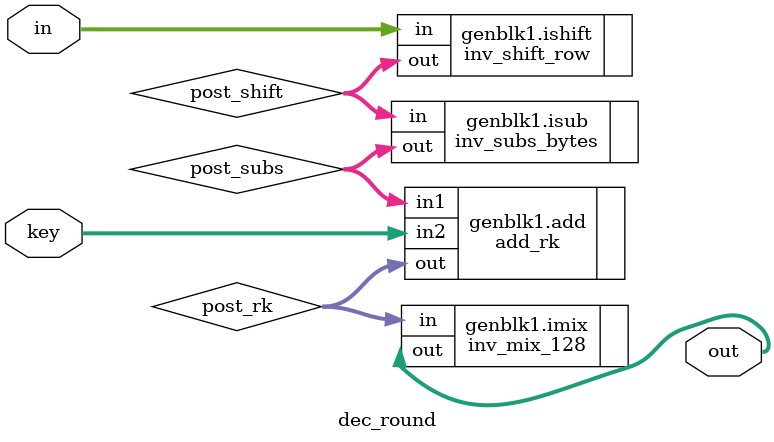
<source format=v>
module dec_round #(parameter ROUND = 1, ROUNDS = 10) (
  input [127:0] in,
  input [127:0] key,
  output [127:0] out
);

wire [127:0] post_subs;
wire [127:0] post_shift;
wire [127:0] post_rk;

generate
  if(ROUND == ROUNDS) begin

    inv_shift_row ishift (.in(in), .out(post_shift));
      
    inv_subs_bytes isub (.in(post_shift), .out(post_subs));

    add_rk #(.WIDTH(128)) add (.in1(post_subs), .in2(key), .out(out));
  
  end
  else begin

    inv_shift_row ishift (.in(in), .out(post_shift));

    inv_subs_bytes isub (.in(post_shift), .out(post_subs));

    add_rk #(.WIDTH(128)) add (.in1(post_subs), .in2(key), .out(post_rk));

    inv_mix_128 imix (.in(post_rk), .out(out));
  
  end
endgenerate





endmodule
</source>
